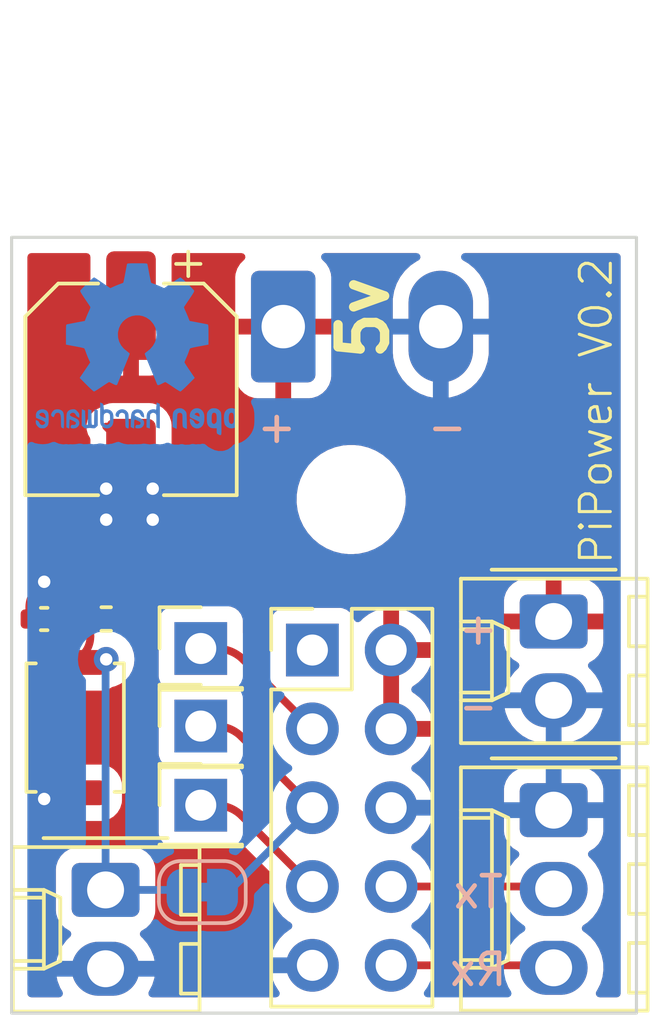
<source format=kicad_pcb>
(kicad_pcb (version 20211014) (generator pcbnew)
  (layers (0 "F.Cu" signal) (31 "B.Cu" signal) (34 "B.Paste" user) (35 "F.Paste" user) (36 "B.SilkS" user "B.Silkscreen") (37 "F.SilkS" user "F.Silkscreen") (38 "B.Mask" user) (39 "F.Mask" user) (44 "Edge.Cuts" user))
  (net 0 "")
  (net 1 "+5V")
  (net 2 "GND")
  (net 3 "Net-(C2-Pad1)")
  (net 4 "ON\\OFF")
  (net 5 "Net-(J2-Pad1)")
  (net 6 "Net-(J3-Pad1)")
  (net 8 "Tx")
  (net 9 "Rx")
  (footprint "Connector_PinHeader_2.54mm:PinHeader_1x01_P2.54mm_Vertical" (layer "F.Cu") (at 80.05 66.2)
    (fp_text reference "J3" hide)
    (fp_text value "Conn_01x01_Male" hide)
    (fp_line (start -1.33 1.27) (end 1.33 1.27) (layer "F.SilkS") (width 0.12))
    (fp_line (start -1.33 0) (end -1.33 -1.33) (layer "F.SilkS") (width 0.12))
    (fp_line (start -1.33 1.33) (end 1.33 1.33) (layer "F.SilkS") (width 0.12))
    (fp_line (start 1.33 1.27) (end 1.33 1.33) (layer "F.SilkS") (width 0.12))
    (fp_line (start -1.33 -1.33) (end 0 -1.33) (layer "F.SilkS") (width 0.12))
    (fp_line (start -1.33 1.27) (end -1.33 1.33) (layer "F.SilkS") (width 0.12))
    (pad "1" thru_hole rect locked (at 0 0) (size 1.7 1.7) (drill 1) (layers *.Cu *.Mask) (net 6 "Net-(J3-Pad1)"))
  )
  (footprint "Capacitor_SMD:C_0402_1005Metric" (layer "F.Cu") (at 75 60.2 180)
    (fp_text reference "C2" hide)
    (fp_text value "1uf" hide)
    (fp_line (start -0.107836 -0.36) (end 0.107836 -0.36) (layer "F.SilkS") (width 0.12))
    (fp_line (start -0.107836 0.36) (end 0.107836 0.36) (layer "F.SilkS") (width 0.12))
    (pad "1" smd roundrect locked (at -0.48 0 180) (size 0.56 0.62) (layers "F.Cu" "F.Paste" "F.Mask") (net 3 "Net-(C2-Pad1)"))
    (pad "2" smd roundrect locked (at 0.48 0 180) (size 0.56 0.62) (layers "F.Cu" "F.Paste" "F.Mask") (net 2 "GND"))
  )
  (footprint "Connector_PinHeader_2.54mm:PinHeader_1x01_P2.54mm_Vertical" (layer "F.Cu") (at 80.05 63.65)
    (fp_text reference "J1" hide)
    (fp_text value "Conn_01x01_Male" hide)
    (fp_line (start 1.33 1.27) (end 1.33 1.33) (layer "F.SilkS") (width 0.12))
    (fp_line (start -1.33 0) (end -1.33 -1.33) (layer "F.SilkS") (width 0.12))
    (fp_line (start -1.33 1.27) (end -1.33 1.33) (layer "F.SilkS") (width 0.12))
    (fp_line (start -1.33 -1.33) (end 0 -1.33) (layer "F.SilkS") (width 0.12))
    (fp_line (start -1.33 1.27) (end 1.33 1.27) (layer "F.SilkS") (width 0.12))
    (fp_line (start -1.33 1.33) (end 1.33 1.33) (layer "F.SilkS") (width 0.12))
    (pad "1" thru_hole rect locked (at 0 0) (size 1.7 1.7) (drill 1) (layers *.Cu *.Mask) (net 4 "ON\\OFF"))
  )
  (footprint "Connector_PinHeader_2.54mm:PinHeader_2x05_P2.54mm_Vertical" (layer "F.Cu") (at 83.65 61.2)
    (fp_text reference "J4" hide)
    (fp_text value "Conn_02x05_Odd_Even" hide)
    (fp_line (start -1.33 11.49) (end 3.87 11.49) (layer "F.SilkS") (width 0.12))
    (fp_line (start 1.27 1.27) (end 1.27 -1.33) (layer "F.SilkS") (width 0.12))
    (fp_line (start 1.27 -1.33) (end 3.87 -1.33) (layer "F.SilkS") (width 0.12))
    (fp_line (start 3.87 -1.33) (end 3.87 11.49) (layer "F.SilkS") (width 0.12))
    (fp_line (start -1.33 1.27) (end -1.33 11.49) (layer "F.SilkS") (width 0.12))
    (fp_line (start -1.33 -1.33) (end 0 -1.33) (layer "F.SilkS") (width 0.12))
    (fp_line (start -1.33 0) (end -1.33 -1.33) (layer "F.SilkS") (width 0.12))
    (fp_line (start -1.33 1.27) (end 1.27 1.27) (layer "F.SilkS") (width 0.12))
    (pad "1" thru_hole rect locked (at 0 0) (size 1.7 1.7) (drill 1) (layers *.Cu *.Mask))
    (pad "2" thru_hole oval locked (at 2.54 0) (size 1.7 1.7) (drill 1) (layers *.Cu *.Mask) (net 1 "+5V"))
    (pad "3" thru_hole oval locked (at 0 2.54) (size 1.7 1.7) (drill 1) (layers *.Cu *.Mask) (net 5 "Net-(J2-Pad1)"))
    (pad "4" thru_hole oval locked (at 2.54 2.54) (size 1.7 1.7) (drill 1) (layers *.Cu *.Mask) (net 1 "+5V"))
    (pad "5" thru_hole oval locked (at 0 5.08) (size 1.7 1.7) (drill 1) (layers *.Cu *.Mask) (net 4 "ON\\OFF"))
    (pad "6" thru_hole oval locked (at 2.54 5.08) (size 1.7 1.7) (drill 1) (layers *.Cu *.Mask) (net 2 "GND"))
    (pad "7" thru_hole oval locked (at 0 7.62) (size 1.7 1.7) (drill 1) (layers *.Cu *.Mask) (net 6 "Net-(J3-Pad1)"))
    (pad "8" thru_hole oval locked (at 2.54 7.62) (size 1.7 1.7) (drill 1) (layers *.Cu *.Mask) (net 8 "Tx"))
    (pad "9" thru_hole oval locked (at 0 10.16) (size 1.7 1.7) (drill 1) (layers *.Cu *.Mask) (net 2 "GND"))
    (pad "10" thru_hole oval locked (at 2.54 10.16) (size 1.7 1.7) (drill 1) (layers *.Cu *.Mask) (net 9 "Rx"))
  )
  (footprint "Capacitor_SMD:CP_Elec_6.3x5.7" (layer "F.Cu") (at 77.8 52.8 -90)
    (fp_text reference "C1" hide)
    (fp_text value "100uf" hide)
    (fp_line (start -2.345563 -3.41) (end 3.41 -3.41) (layer "F.SilkS") (width 0.12))
    (fp_line (start -3.41 -2.345563) (end -2.345563 -3.41) (layer "F.SilkS") (width 0.12))
    (fp_line (start -4.4375 -1.8475) (end -3.65 -1.8475) (layer "F.SilkS") (width 0.12))
    (fp_line (start -4.04375 -2.24125) (end -4.04375 -1.45375) (layer "F.SilkS") (width 0.12))
    (fp_line (start -3.41 2.345563) (end -3.41 1.06) (layer "F.SilkS") (width 0.12))
    (fp_line (start 3.41 3.41) (end 3.41 1.06) (layer "F.SilkS") (width 0.12))
    (fp_line (start -2.345563 3.41) (end 3.41 3.41) (layer "F.SilkS") (width 0.12))
    (fp_line (start -3.41 2.345563) (end -2.345563 3.41) (layer "F.SilkS") (width 0.12))
    (fp_line (start -3.41 -2.345563) (end -3.41 -1.06) (layer "F.SilkS") (width 0.12))
    (fp_line (start 3.41 -3.41) (end 3.41 -1.06) (layer "F.SilkS") (width 0.12))
    (pad "1" smd roundrect locked (at -2.7 0 270) (size 3.5 1.6) (layers "F.Cu" "F.Paste" "F.Mask") (roundrect_rratio 0.15625) (net 1 "+5V"))
    (pad "2" smd roundrect locked (at 2.7 0 270) (size 3.5 1.6) (layers "F.Cu" "F.Paste" "F.Mask") (roundrect_rratio 0.15625) (net 2 "GND"))
  )
  (footprint "Connector_Molex:Molex_KK-254_AE-6410-02A_1x02_P2.54mm_Vertical" (layer "F.Cu") (at 91.43 60.28 -90)
    (fp_text reference "J6" hide)
    (fp_text value "5v Out" hide)
    (fp_line (start 0 1.99) (end 2.54 1.99) (layer "F.SilkS") (width 0.12))
    (fp_line (start -1.38 -3.03) (end -1.38 2.99) (layer "F.SilkS") (width 0.12))
    (fp_line (start 0.25 1.46) (end 2.29 1.46) (layer "F.SilkS") (width 0.12))
    (fp_line (start -0.8 -3.03) (end -0.8 -2.43) (layer "F.SilkS") (width 0.12))
    (fp_line (start 2.29 1.46) (end 2.54 1.99) (layer "F.SilkS") (width 0.12))
    (fp_line (start 0.8 -2.43) (end 0.8 -3.03) (layer "F.SilkS") (width 0.12))
    (fp_line (start 2.29 2.99) (end 2.29 1.99) (layer "F.SilkS") (width 0.12))
    (fp_line (start 3.92 -3.03) (end -1.38 -3.03) (layer "F.SilkS") (width 0.12))
    (fp_line (start 2.54 1.99) (end 2.54 2.99) (layer "F.SilkS") (width 0.12))
    (fp_line (start 3.92 2.99) (end 3.92 -3.03) (layer "F.SilkS") (width 0.12))
    (fp_line (start -1.38 2.99) (end 3.92 2.99) (layer "F.SilkS") (width 0.12))
    (fp_line (start 0 2.99) (end 0 1.99) (layer "F.SilkS") (width 0.12))
    (fp_line (start 3.34 -2.43) (end 3.34 -3.03) (layer "F.SilkS") (width 0.12))
    (fp_line (start -1.67 -2) (end -1.67 2) (layer "F.SilkS") (width 0.12))
    (fp_line (start 1.74 -2.43) (end 3.34 -2.43) (layer "F.SilkS") (width 0.12))
    (fp_line (start -0.8 -2.43) (end 0.8 -2.43) (layer "F.SilkS") (width 0.12))
    (fp_line (start 0 1.99) (end 0.25 1.46) (layer "F.SilkS") (width 0.12))
    (fp_line (start 1.74 -3.03) (end 1.74 -2.43) (layer "F.SilkS") (width 0.12))
    (fp_line (start 0.25 2.99) (end 0.25 1.99) (layer "F.SilkS") (width 0.12))
    (pad "1" thru_hole roundrect locked (at 0 0 270) (size 1.74 2.19) (drill 1.19) (layers *.Cu *.Mask) (roundrect_rratio 0.143678) (net 1 "+5V"))
    (pad "2" thru_hole oval locked (at 2.54 0 270) (size 1.74 2.19) (drill 1.19) (layers *.Cu *.Mask) (net 2 "GND"))
  )
  (footprint "Connector_Molex:Molex_KK-254_AE-6410-03A_1x03_P2.54mm_Vertical" (layer "F.Cu") (at 91.43 66.36 -90)
    (fp_text reference "J7" hide)
    (fp_text value "Conn_01x03_Male" hide)
    (fp_line (start -0.8 -2.43) (end 0.8 -2.43) (layer "F.SilkS") (width 0.12))
    (fp_line (start 1.74 -3.03) (end 1.74 -2.43) (layer "F.SilkS") (width 0.12))
    (fp_line (start -1.38 -3.03) (end -1.38 2.99) (layer "F.SilkS") (width 0.12))
    (fp_line (start 0 1.99) (end 0.25 1.46) (layer "F.SilkS") (width 0.12))
    (fp_line (start 1.74 -2.43) (end 3.34 -2.43) (layer "F.SilkS") (width 0.12))
    (fp_line (start 4.28 -2.43) (end 5.88 -2.43) (layer "F.SilkS") (width 0.12))
    (fp_line (start 0.8 -2.43) (end 0.8 -3.03) (layer "F.SilkS") (width 0.12))
    (fp_line (start 6.46 -3.03) (end -1.38 -3.03) (layer "F.SilkS") (width 0.12))
    (fp_line (start 0 1.99) (end 5.08 1.99) (layer "F.SilkS") (width 0.12))
    (fp_line (start 6.46 2.99) (end 6.46 -3.03) (layer "F.SilkS") (width 0.12))
    (fp_line (start -0.8 -3.03) (end -0.8 -2.43) (layer "F.SilkS") (width 0.12))
    (fp_line (start 4.28 -3.03) (end 4.28 -2.43) (layer "F.SilkS") (width 0.12))
    (fp_line (start 0 2.99) (end 0 1.99) (layer "F.SilkS") (width 0.12))
    (fp_line (start -1.67 -2) (end -1.67 2) (layer "F.SilkS") (width 0.12))
    (fp_line (start 5.88 -2.43) (end 5.88 -3.03) (layer "F.SilkS") (width 0.12))
    (fp_line (start 4.83 1.46) (end 5.08 1.99) (layer "F.SilkS") (width 0.12))
    (fp_line (start 5.08 1.99) (end 5.08 2.99) (layer "F.SilkS") (width 0.12))
    (fp_line (start 3.34 -2.43) (end 3.34 -3.03) (layer "F.SilkS") (width 0.12))
    (fp_line (start 4.83 2.99) (end 4.83 1.99) (layer "F.SilkS") (width 0.12))
    (fp_line (start 0.25 1.46) (end 4.83 1.46) (layer "F.SilkS") (width 0.12))
    (fp_line (start 0.25 2.99) (end 0.25 1.99) (layer "F.SilkS") (width 0.12))
    (fp_line (start -1.38 2.99) (end 6.46 2.99) (layer "F.SilkS") (width 0.12))
    (pad "1" thru_hole roundrect locked (at 0 0 270) (size 1.74 2.19) (drill 1.19) (layers *.Cu *.Mask) (roundrect_rratio 0.143678) (net 2 "GND"))
    (pad "2" thru_hole oval locked (at 2.54 0 270) (size 1.74 2.19) (drill 1.19) (layers *.Cu *.Mask) (net 8 "Tx"))
    (pad "3" thru_hole oval locked (at 5.08 0 270) (size 1.74 2.19) (drill 1.19) (layers *.Cu *.Mask) (net 9 "Rx"))
  )
  (footprint "Button_Switch_SMD:SW_Push_SPST_NO_Alps_SKRK" (layer "F.Cu") (at 76 63.7 90)
    (fp_text reference "SW1" hide)
    (fp_text value "SW_Push" hide)
    (fp_line (start 2.07 1.27) (end 2.07 1.57) (layer "F.SilkS") (width 0.12))
    (fp_line (start -2.07 -1.27) (end -2.07 -1.57) (layer "F.SilkS") (width 0.12))
    (fp_line (start 2.07 -1.57) (end 2.07 -1.27) (layer "F.SilkS") (width 0.12))
    (fp_line (start -2.07 1.57) (end -2.07 1.27) (layer "F.SilkS") (width 0.12))
    (fp_line (start -2.07 -1.57) (end 2.07 -1.57) (layer "F.SilkS") (width 0.12))
    (fp_line (start 2.07 1.57) (end -2.07 1.57) (layer "F.SilkS") (width 0.12))
    (pad "1" smd roundrect locked (at -2.1 0 90) (size 0.8 2) (layers "F.Cu" "F.Paste" "F.Mask") (net 2 "GND"))
    (pad "2" smd roundrect locked (at 2.1 0 90) (size 0.8 2) (layers "F.Cu" "F.Paste" "F.Mask") (net 3 "Net-(C2-Pad1)"))
  )
  (footprint "Resistor_SMD:R_0402_1005Metric" (layer "F.Cu") (at 77 60.2 180)
    (fp_text reference "R1" hide)
    (fp_text value "10k" hide)
    (fp_line (start -0.153641 -0.38) (end 0.153641 -0.38) (layer "F.SilkS") (width 0.12))
    (fp_line (start -0.153641 0.38) (end 0.153641 0.38) (layer "F.SilkS") (width 0.12))
    (pad "1" smd roundrect locked (at -0.51 0 180) (size 0.54 0.64) (layers "F.Cu" "F.Paste" "F.Mask") (net 1 "+5V"))
    (pad "2" smd roundrect locked (at 0.51 0 180) (size 0.54 0.64) (layers "F.Cu" "F.Paste" "F.Mask") (net 3 "Net-(C2-Pad1)"))
  )
  (footprint "MountingHole:MountingHole_2.5mm" (layer "F.Cu") (at 84.9 56.35)
    (fp_text reference "REF**" hide)
    (fp_text value "MountingHole_2.5mm" hide)
    (pad "" np_thru_hole circle locked (at 0 0) (size 2.5 2.5) (drill 2.5) (layers *.Cu *.Mask))
  )
  (footprint "Connector_PinHeader_2.54mm:PinHeader_1x01_P2.54mm_Vertical" (layer "F.Cu") (at 80.05 61.15)
    (fp_text reference "J2" hide)
    (fp_text value "Conn_01x01_Male" hide)
    (fp_line (start 1.33 1.27) (end 1.33 1.33) (layer "F.SilkS") (width 0.12))
    (fp_line (start -1.33 0) (end -1.33 -1.33) (layer "F.SilkS") (width 0.12))
    (fp_line (start -1.33 1.27) (end -1.33 1.33) (layer "F.SilkS") (width 0.12))
    (fp_line (start -1.33 1.27) (end 1.33 1.27) (layer "F.SilkS") (width 0.12))
    (fp_line (start -1.33 1.33) (end 1.33 1.33) (layer "F.SilkS") (width 0.12))
    (fp_line (start -1.33 -1.33) (end 0 -1.33) (layer "F.SilkS") (width 0.12))
    (pad "1" thru_hole rect locked (at 0 0) (size 1.7 1.7) (drill 1) (layers *.Cu *.Mask) (net 5 "Net-(J2-Pad1)"))
  )
  (footprint "Connector_Molex:Molex_KK-254_AE-6410-02A_1x02_P2.54mm_Vertical" (layer "F.Cu") (at 76.98 68.93 -90)
    (fp_text reference "J8" hide)
    (fp_text value "On/Off" hide)
    (fp_line (start -1.38 -3.03) (end -1.38 2.99) (layer "F.SilkS") (width 0.12))
    (fp_line (start 2.29 2.99) (end 2.29 1.99) (layer "F.SilkS") (width 0.12))
    (fp_line (start 2.54 1.99) (end 2.54 2.99) (layer "F.SilkS") (width 0.12))
    (fp_line (start -0.8 -2.43) (end 0.8 -2.43) (layer "F.SilkS") (width 0.12))
    (fp_line (start 0.25 1.46) (end 2.29 1.46) (layer "F.SilkS") (width 0.12))
    (fp_line (start 0 1.99) (end 0.25 1.46) (layer "F.SilkS") (width 0.12))
    (fp_line (start 3.92 -3.03) (end -1.38 -3.03) (layer "F.SilkS") (width 0.12))
    (fp_line (start 1.74 -2.43) (end 3.34 -2.43) (layer "F.SilkS") (width 0.12))
    (fp_line (start 0 2.99) (end 0 1.99) (layer "F.SilkS") (width 0.12))
    (fp_line (start -1.38 2.99) (end 3.92 2.99) (layer "F.SilkS") (width 0.12))
    (fp_line (start 3.92 2.99) (end 3.92 -3.03) (layer "F.SilkS") (width 0.12))
    (fp_line (start -1.67 -2) (end -1.67 2) (layer "F.SilkS") (width 0.12))
    (fp_line (start 2.29 1.46) (end 2.54 1.99) (layer "F.SilkS") (width 0.12))
    (fp_line (start 0 1.99) (end 2.54 1.99) (layer "F.SilkS") (width 0.12))
    (fp_line (start 3.34 -2.43) (end 3.34 -3.03) (layer "F.SilkS") (width 0.12))
    (fp_line (start 0.25 2.99) (end 0.25 1.99) (layer "F.SilkS") (width 0.12))
    (fp_line (start 1.74 -3.03) (end 1.74 -2.43) (layer "F.SilkS") (width 0.12))
    (fp_line (start 0.8 -2.43) (end 0.8 -3.03) (layer "F.SilkS") (width 0.12))
    (fp_line (start -0.8 -3.03) (end -0.8 -2.43) (layer "F.SilkS") (width 0.12))
    (pad "1" thru_hole roundrect locked (at 0 0 270) (size 1.74 2.19) (drill 1.19) (layers *.Cu *.Mask) (roundrect_rratio 0.143678) (net 3 "Net-(C2-Pad1)"))
    (pad "2" thru_hole oval locked (at 2.54 0 270) (size 1.74 2.19) (drill 1.19) (layers *.Cu *.Mask) (net 2 "GND"))
  )
  (footprint "Connector_Phoenix_MSTB:PhoenixContact_MSTBA_2,5_2-G-5,08_1x02_P5.08mm_Horizontal" (layer "B.Cu") (at 82.71 50.7775)
    (fp_text reference "J5" hide)
    (fp_text value "PowerIn" hide)
    (pad "1" thru_hole roundrect (at 0 0) (size 2.08 3.6) (drill 1.4) (layers *.Cu *.Mask) (roundrect_rratio 0.120192) (net 1 "+5V"))
    (pad "2" thru_hole oval (at 5.08 0) (size 2.08 3.6) (drill 1.4) (layers *.Cu *.Mask) (net 2 "GND"))
  )
  (footprint "Symbol:OSHW-Logo2_7.3x6mm_Copper" (layer "B.Cu") (at 78 51.5 180)
    (fp_text reference "REF**" hide)
    (fp_text value "OSHW-Logo2_7.3x6mm_Copper" hide)
    (fp_poly (pts (xy 0.039744 -1.950968) (xy 0.096616 -1.972087) (xy 0.097267 -1.972493) (xy 0.13244 -1.99838) (xy 0.158407 -2.028633) (xy 0.17667 -2.068058) (xy 0.188732 -2.121462) (xy 0.196096 -2.193651) (xy 0.200264 -2.289432) (xy 0.200629 -2.303078) (xy 0.205876 -2.508842) (xy 0.161716 -2.531678) (xy 0.129763 -2.54711) (xy 0.11047 -2.554423) (xy 0.109578 -2.554514) (xy 0.106239 -2.541022) (xy 0.103587 -2.504626) (xy 0.101956 -2.451452) (xy 0.1016 -2.408393) (xy 0.101592 -2.338641) (xy 0.098403 -2.294837) (xy 0.087288 -2.273944) (xy 0.063501 -2.272925) (xy 0.022296 -2.288741) (xy -0.039914 -2.317815) (xy -0.085659 -2.341963) (xy -0.109187 -2.362913) (xy -0.116104 -2.385747) (xy -0.116114 -2.386877) (xy -0.104701 -2.426212) (xy -0.070908 -2.447462) (xy -0.019191 -2.450539) (xy 0.018061 -2.450006) (xy 0.037703 -2.460735) (xy 0.049952 -2.486505) (xy 0.057002 -2.519337) (xy 0.046842 -2.537966) (xy 0.043017 -2.540632) (xy 0.007001 -2.55134) (xy -0.043434 -2.552856) (xy -0.095374 -2.545759) (xy -0.132178 -2.532788) (xy -0.183062 -2.489585) (xy -0.211986 -2.429446) (xy -0.217714 -2.382462) (xy -0.213343 -2.340082) (xy -0.197525 -2.305488) (xy -0.166203 -2.274763) (xy -0.115322 -2.24399) (xy -0.040824 -2.209252) (xy -0.036286 -2.207288) (xy 0.030821 -2.176287) (xy 0.072232 -2.150862) (xy 0.089981 -2.128014) (xy 0.086107 -2.104745) (xy 0.062643 -2.078056) (xy 0.055627 -2.071914) (xy 0.00863 -2.0481) (xy -0.040067 -2.049103) (xy -0.082478 -2.072451) (xy -0.110616 -2.115675) (xy -0.113231 -2.12416) (xy -0.138692 -2.165308) (xy -0.170999 -2.185128) (xy -0.217714 -2.20477) (xy -0.217714 -2.15395) (xy -0.203504 -2.080082) (xy -0.161325 -2.012327) (xy -0.139376 -1.989661) (xy -0.089483 -1.960569) (xy -0.026033 -1.9474) (xy 0.039744 -1.950968)) (layer "B.Cu") (width 0.01) (fill solid))
    (fp_poly (pts (xy 1.190117 -2.065358) (xy 1.189933 -2.173837) (xy 1.189219 -2.257287) (xy 1.187675 -2.319704) (xy 1.185001 -2.365085) (xy 1.180894 -2.397429) (xy 1.175055 -2.420733) (xy 1.167182 -2.438995) (xy 1.161221 -2.449418) (xy 1.111855 -2.505945) (xy 1.049264 -2.541377) (xy 0.980013 -2.55409) (xy 0.910668 -2.542463) (xy 0.869375 -2.521568) (xy 0.826025 -2.485422) (xy 0.796481 -2.441276) (xy 0.778655 -2.383462) (xy 0.770463 -2.306313) (xy 0.769302 -2.249714) (xy 0.769458 -2.245647) (xy 0.870857 -2.245647) (xy 0.871476 -2.31055) (xy 0.874314 -2.353514) (xy 0.88084 -2.381622) (xy 0.892523 -2.401953) (xy 0.906483 -2.417288) (xy 0.953365 -2.44689) (xy 1.003701 -2.449419) (xy 1.051276 -2.424705) (xy 1.054979 -2.421356) (xy 1.070783 -2.403935) (xy 1.080693 -2.383209) (xy 1.086058 -2.352362) (xy 1.088228 -2.304577) (xy 1.088571 -2.251748) (xy 1.087827 -2.185381) (xy 1.084748 -2.141106) (xy 1.078061 -2.112009) (xy 1.066496 -2.091173) (xy 1.057013 -2.080107) (xy 1.01296 -2.052198) (xy 0.962224 -2.048843) (xy 0.913796 -2.070159) (xy 0.90445 -2.078073) (xy 0.88854 -2.095647) (xy 0.87861 -2.116587) (xy 0.873278 -2.147782) (xy 0.871163 -2.196122) (xy 0.870857 -2.245647) (xy 0.769458 -2.245647) (xy 0.77281 -2.158568) (xy 0.784726 -2.090086) (xy 0.807135 -2.0386) (xy 0.842124 -1.998443) (xy 0.869375 -1.977861) (xy 0.918907 -1.955625) (xy 0.976316 -1.945304) (xy 1.029682 -1.948067) (xy 1.059543 -1.959212) (xy 1.071261 -1.962383) (xy 1.079037 -1.950557) (xy 1.084465 -1.918866) (xy 1.088571 -1.870593) (xy 1.093067 -1.816829) (xy 1.099313 -1.784482) (xy 1.110676 -1.765985) (xy 1.130528 -1.75377) (xy 1.143 -1.748362) (xy 1.190171 -1.728601) (xy 1.190117 -2.065358)) (layer "B.Cu") (width 0.01) (fill solid))
    (fp_poly (pts (xy 0.10391 2.757652) (xy 0.182454 2.757222) (xy 0.239298 2.756058) (xy 0.278105 2.753793) (xy 0.302538 2.75006) (xy 0.316262 2.744494) (xy 0.32294 2.736727) (xy 0.326236 2.726395) (xy 0.326556 2.725057) (xy 0.331562 2.700921) (xy 0.340829 2.653299) (xy 0.353392 2.587259) (xy 0.368287 2.507872) (xy 0.384551 2.420204) (xy 0.385119 2.417125) (xy 0.40141 2.331211) (xy 0.416652 2.255304) (xy 0.429861 2.193955) (xy 0.440054 2.151718) (xy 0.446248 2.133145) (xy 0.446543 2.132816) (xy 0.464788 2.123747) (xy 0.502405 2.108633) (xy 0.551271 2.090738) (xy 0.551543 2.090642) (xy 0.613093 2.067507) (xy 0.685657 2.038035) (xy 0.754057 2.008403) (xy 0.757294 2.006938) (xy 0.868702 1.956374) (xy 1.115399 2.12484) (xy 1.191077 2.176197) (xy 1.259631 2.222111) (xy 1.317088 2.25997) (xy 1.359476 2.287163) (xy 1.382825 2.301079) (xy 1.385042 2.302111) (xy 1.40201 2.297516) (xy 1.433701 2.275345) (xy 1.481352 2.234553) (xy 1.546198 2.174095) (xy 1.612397 2.109773) (xy 1.676214 2.046388) (xy 1.733329 1.988549) (xy 1.780305 1.939825) (xy 1.813703 1.90379) (xy 1.830085 1.884016) (xy 1.830694 1.882998) (xy 1.832505 1.869428) (xy 1.825683 1.847267) (xy 1.80854 1.813522) (xy 1.779393 1.7652) (xy 1.736555 1.699308) (xy 1.679448 1.614483) (xy 1.628766 1.539823) (xy 1.583461 1.47286) (xy 1.54615 1.417484) (xy 1.519452 1.37758) (xy 1.505985 1.357038) (xy 1.505137 1.355644) (xy 1.506781 1.335962) (xy 1.519245 1.297707) (xy 1.540048 1.248111) (xy 1.547462 1.232272) (xy 1.579814 1.16171) (xy 1.614328 1.081647) (xy 1.642365 1.012371) (xy 1.662568 0.960955) (xy 1.678615 0.921881) (xy 1.687888 0.901459) (xy 1.689041 0.899886) (xy 1.706096 0.897279) (xy 1.746298 0.890137) (xy 1.804302 0.879477) (xy 1.874763 0.866315) (xy 1.952335 0.851667) (xy 2.031672 0.836551) (xy 2.107431 0.821982) (xy 2.174264 0.808978) (xy 2.226828 0.798555) (xy 2.259776 0.79173) (xy 2.267857 0.789801) (xy 2.276205 0.785038) (xy 2.282506 0.774282) (xy 2.287045 0.753902) (xy 2.290104 0.720266) (xy 2.291967 0.669745) (xy 2.292918 0.598708) (xy 2.29324 0.503524) (xy 2.293257 0.464508) (xy 2.293257 0.147201) (xy 2.217057 0.132161) (xy 2.174663 0.124005) (xy 2.1114 0.112101) (xy 2.034962 0.097884) (xy 1.953043 0.08279) (xy 1.9304 0.078645) (xy 1.854806 0.063947) (xy 1.788953 0.049495) (xy 1.738366 0.036625) (xy 1.708574 0.026678) (xy 1.703612 0.023713) (xy 1.691426 0.002717) (xy 1.673953 -0.037967) (xy 1.654577 -0.090322) (xy 1.650734 -0.1016) (xy 1.625339 -0.171523) (xy 1.593817 -0.250418) (xy 1.562969 -0.321266) (xy 1.562817 -0.321595) (xy 1.511447 -0.432733) (xy 1.680399 -0.681253) (xy 1.849352 -0.929772) (xy 1.632429 -1.147058) (xy 1.566819 -1.211726) (xy 1.506979 -1.268733) (xy 1.456267 -1.315033) (xy 1.418046 -1.347584) (xy 1.395675 -1.363343) (xy 1.392466 -1.364343) (xy 1.373626 -1.356469) (xy 1.33518 -1.334578) (xy 1.28133 -1.301267) (xy 1.216276 -1.259131) (xy 1.14594 -1.211943) (xy 1.074555 -1.16381) (xy 1.010908 -1.121928) (xy 0.959041 -1.088871) (xy 0.922995 -1.067218) (xy 0.906867 -1.059543) (xy 0.887189 -1.066037) (xy 0.849875 -1.08315) (xy 0.802621 -1.107326) (xy 0.797612 -1.110013) (xy 0.733977 -1.141927) (xy 0.690341 -1.157579) (xy 0.663202 -1.157745) (xy 0.649057 -1.143204) (xy 0.648975 -1.143) (xy 0.641905 -1.125779) (xy 0.625042 -1.084899) (xy 0.599695 -1.023525) (xy 0.567171 -0.944819) (xy 0.528778 -0.851947) (xy 0.485822 -0.748072) (xy 0.444222 -0.647502) (xy 0.398504 -0.536516) (xy 0.356526 -0.433703) (xy 0.319548 -0.342215) (xy 0.288827 -0.265201) (xy 0.265622 -0.205815) (xy 0.25119 -0.167209) (xy 0.246743 -0.1528) (xy 0.257896 -0.136272) (xy 0.287069 -0.10993) (xy 0.325971 -0.080887) (xy 0.436757 0.010961) (xy 0.523351 0.116241) (xy 0.584716 0.232734) (xy 0.619815 0.358224) (xy 0.627608 0.490493) (xy 0.621943 0.551543) (xy 0.591078 0.678205) (xy 0.53792 0.790059) (xy 0.465767 0.885999) (xy 0.377917 0.964924) (xy 0.277665 1.02573) (xy 0.16831 1.067313) (xy 0.053147 1.088572) (xy -0.064525 1.088401) (xy -0.18141 1.065699) (xy -0.294211 1.019362) (xy -0.399631 0.948287) (xy -0.443632 0.908089) (xy -0.528021 0.804871) (xy -0.586778 0.692075) (xy -0.620296 0.57299) (xy -0.628965 0.450905) (xy -0.613177 0.329107) (xy -0.573322 0.210884) (xy -0.509793 0.099525) (xy -0.422979 -0.001684) (xy -0.325971 -0.080887) (xy -0.285563 -0.111162) (xy -0.257018 -0.137219) (xy -0.246743 -0.152825) (xy -0.252123 -0.169843) (xy -0.267425 -0.2105) (xy -0.291388 -0.271642) (xy -0.322756 -0.350119) (xy -0.360268 -0.44278) (xy -0.402667 -0.546472) (xy -0.444337 -0.647526) (xy -0.49031 -0.758607) (xy -0.532893 -0.861541) (xy -0.570779 -0.953165) (xy -0.60266 -1.030316) (xy -0.627229 -1.089831) (xy -0.64318 -1.128544) (xy -0.64909 -1.143) (xy -0.663052 -1.157685) (xy -0.69006 -1.157642) (xy -0.733587 -1.142099) (xy -0.79711 -1.110284) (xy -0.797612 -1.110013) (xy -0.84544 -1.085323) (xy -0.884103 -1.067338) (xy -0.905905 -1.059614) (xy -0.906867 -1.059543) (xy -0.923279 -1.067378) (xy -0.959513 -1.089165) (xy -1.011526 -1.122328) (xy -1.075275 -1.164291) (xy -1.14594 -1.211943) (xy -1.217884 -1.260191) (xy -1.282726 -1.302151) (xy -1.336265 -1.335227) (xy -1.374303 -1.356821) (xy -1.392467 -1.364343) (xy -1.409192 -1.354457) (xy -1.44282 -1.326826) (xy -1.48999 -1.284495) (xy -1.547342 -1.230505) (xy -1.611516 -1.167899) (xy -1.632503 -1.146983) (xy -1.849501 -0.929623) (xy -1.684332 -0.68722) (xy -1.634136 -0.612781) (xy -1.590081 -0.545972) (xy -1.554638 -0.490665) (xy -1.530281 -0.450729) (xy -1.519478 -0.430036) (xy -1.519162 -0.428563) (xy -1.524857 -0.409058) (xy -1.540174 -0.369822) (xy -1.562463 -0.31743) (xy -1.578107 -0.282355) (xy -1.607359 -0.215201) (xy -1.634906 -0.147358) (xy -1.656263 -0.090034) (xy -1.662065 -0.072572) (xy -1.678548 -0.025938) (xy -1.69466 0.010095) (xy -1.70351 0.023713) (xy -1.72304 0.032048) (xy -1.765666 0.043863) (xy -1.825855 0.057819) (xy -1.898078 0.072578) (xy -1.9304 0.078645) (xy -2.012478 0.093727) (xy -2.091205 0.108331) (xy -2.158891 0.12102) (xy -2.20784 0.130358) (xy -2.217057 0.132161) (xy -2.293257 0.147201) (xy -2.293257 0.464508) (xy -2.293086 0.568846) (xy -2.292384 0.647787) (xy -2.290866 0.704962) (xy -2.288251 0.744001) (xy -2.284254 0.768535) (xy -2.278591 0.782195) (xy -2.27098 0.788611) (xy -2.267857 0.789801) (xy -2.249022 0.79402) (xy -2.207412 0.802438) (xy -2.14837 0.814039) (xy -2.077243 0.827805) (xy -1.999375 0.84272) (xy -1.920113 0.857768) (xy -1.844802 0.871931) (xy -1.778787 0.884194) (xy -1.727413 0.893539) (xy -1.696025 0.89895) (xy -1.689041 0.899886) (xy -1.682715 0.912404) (xy -1.66871 0.945754) (xy -1.649645 0.993623) (xy -1.642366 1.012371) (xy -1.613004 1.084805) (xy -1.578429 1.16483) (xy -1.547463 1.232272) (xy -1.524677 1.283841) (xy -1.509518 1.326215) (xy -1.504458 1.352166) (xy -1.505264 1.355644) (xy -1.515959 1.372064) (xy -1.54038 1.408583) (xy -1.575905 1.461313) (xy -1.619913 1.526365) (xy -1.669783 1.599849) (xy -1.679644 1.614355) (xy -1.737508 1.700296) (xy -1.780044 1.765739) (xy -1.808946 1.813696) (xy -1.82591 1.84718) (xy -1.832633 1.869205) (xy -1.83081 1.882783) (xy -1.830764 1.882869) (xy -1.816414 1.900703) (xy -1.784677 1.935183) (xy -1.73899 1.982732) (xy -1.682796 2.039778) (xy -1.619532 2.102745) (xy -1.612398 2.109773) (xy -1.53267 2.18698) (xy -1.471143 2.24367) (xy -1.426579 2.28089) (xy -1.397743 2.299685) (xy -1.385042 2.302111) (xy -1.366506 2.291529) (xy -1.328039 2.267084) (xy -1.273614 2.231388) (xy -1.207202 2.187053) (xy -1.132775 2.136689) (xy -1.115399 2.12484) (xy -0.868703 1.956374) (xy -0.757294 2.006938) (xy -0.689543 2.036405) (xy -0.616817 2.066041) (xy -0.554297 2.08967) (xy -0.551543 2.090642) (xy -0.50264 2.108543) (xy -0.464943 2.12368) (xy -0.446575 2.13279) (xy -0.446544 2.132816) (xy -0.440715 2.149283) (xy -0.430808 2.189781) (xy -0.417805 2.249758) (xy -0.402691 2.32466) (xy -0.386448 2.409936) (xy -0.385119 2.417125) (xy -0.368825 2.504986) (xy -0.353867 2.58474) (xy -0.341209 2.651319) (xy -0.331814 2.699653) (xy -0.326646 2.724675) (xy -0.326556 2.725057) (xy -0.323411 2.735701) (xy -0.317296 2.743738) (xy -0.304547 2.749533) (xy -0.2815 2.753453) (xy -0.244491 2.755865) (xy -0.189856 2.757135) (xy -0.113933 2.757629) (xy -0.013056 2.757714) (xy 0 2.757714) (xy 0.10391 2.757652)) (layer "B.Cu") (width 0.01) (fill solid))
    (fp_poly (pts (xy -0.624114 -1.851289) (xy -0.619861 -1.910613) (xy -0.614975 -1.945572) (xy -0.608205 -1.96082) (xy -0.598298 -1.961015) (xy -0.595086 -1.959195) (xy -0.552356 -1.946015) (xy -0.496773 -1.946785) (xy -0.440263 -1.960333) (xy -0.404918 -1.977861) (xy -0.368679 -2.005861) (xy -0.342187 -2.037549) (xy -0.324001 -2.077813) (xy -0.312678 -2.131543) (xy -0.306778 -2.203626) (xy -0.304857 -2.298951) (xy -0.304823 -2.317237) (xy -0.3048 -2.522646) (xy -0.350509 -2.53858) (xy -0.382973 -2.54942) (xy -0.400785 -2.554468) (xy -0.401309 -2.554514) (xy -0.403063 -2.540828) (xy -0.404556 -2.503076) (xy -0.405674 -2.446224) (xy -0.406303 -2.375234) (xy -0.4064 -2.332073) (xy -0.406602 -2.246973) (xy -0.407642 -2.185981) (xy -0.410169 -2.144177) (xy -0.414836 -2.116642) (xy -0.422293 -2.098456) (xy -0.433189 -2.084698) (xy -0.439993 -2.078073) (xy -0.486728 -2.051375) (xy -0.537728 -2.049375) (xy -0.583999 -2.071955) (xy -0.592556 -2.080107) (xy -0.605107 -2.095436) (xy -0.613812 -2.113618) (xy -0.619369 -2.139909) (xy -0.622474 -2.179562) (xy -0.623824 -2.237832) (xy -0.624114 -2.318173) (xy -0.624114 -2.522646) (xy -0.669823 -2.53858) (xy -0.702287 -2.54942) (xy -0.720099 -2.554468) (xy -0.720623 -2.554514) (xy -0.721963 -2.540623) (xy -0.723172 -2.501439) (xy -0.724199 -2.4407) (xy -0.724998 -2.362141) (xy -0.725519 -2.269498) (xy -0.725714 -2.166509) (xy -0.725714 -1.769342) (xy -0.678543 -1.749444) (xy -0.631371 -1.729547) (xy -0.624114 -1.851289)) (layer "B.Cu") (width 0.01) (fill solid))
    (fp_poly (pts (xy 2.6526 -1.958752) (xy 2.669948 -1.966334) (xy 2.711356 -1.999128) (xy 2.746765 -2.046547) (xy 2.768664 -2.097151) (xy 2.772229 -2.122098) (xy 2.760279 -2.156927) (xy 2.734067 -2.175357) (xy 2.705964 -2.186516) (xy 2.693095 -2.188572) (xy 2.686829 -2.173649) (xy 2.674456 -2.141175) (xy 2.669028 -2.126502) (xy 2.63859 -2.075744) (xy 2.59452 -2.050427) (xy 2.53801 -2.051206) (xy 2.533825 -2.052203) (xy 2.503655 -2.066507) (xy 2.481476 -2.094393) (xy 2.466327 -2.139287) (xy 2.45725 -2.204615) (xy 2.453286 -2.293804) (xy 2.452914 -2.341261) (xy 2.45273 -2.416071) (xy 2.451522 -2.467069) (xy 2.448309 -2.499471) (xy 2.442109 -2.518495) (xy 2.43194 -2.529356) (xy 2.416819 -2.537272) (xy 2.415946 -2.53767) (xy 2.386828 -2.549981) (xy 2.372403 -2.554514) (xy 2.370186 -2.540809) (xy 2.368289 -2.502925) (xy 2.366847 -2.445715) (xy 2.365998 -2.374027) (xy 2.365829 -2.321565) (xy 2.366692 -2.220047) (xy 2.37007 -2.143032) (xy 2.377142 -2.086023) (xy 2.389088 -2.044526) (xy 2.40709 -2.014043) (xy 2.432327 -1.99008) (xy 2.457247 -1.973355) (xy 2.517171 -1.951097) (xy 2.586911 -1.946076) (xy 2.6526 -1.958752)) (layer "B.Cu") (width 0.01) (fill solid))
    (fp_poly (pts (xy -2.400256 -1.919918) (xy -2.344799 -1.947568) (xy -2.295852 -1.99848) (xy -2.282371 -2.017338) (xy -2.267686 -2.042015) (xy -2.258158 -2.068816) (xy -2.252707 -2.104587) (xy -2.250253 -2.156169) (xy -2.249714 -2.224267) (xy -2.252148 -2.317588) (xy -2.260606 -2.387657) (xy -2.276826 -2.439931) (xy -2.302546 -2.479869) (xy -2.339503 -2.512929) (xy -2.342218 -2.514886) (xy -2.37864 -2.534908) (xy -2.422498 -2.544815) (xy -2.478276 -2.547257) (xy -2.568952 -2.547257) (xy -2.56899 -2.635283) (xy -2.569834 -2.684308) (xy -2.574976 -2.713065) (xy -2.588413 -2.730311) (xy -2.614142 -2.744808) (xy -2.620321 -2.747769) (xy -2.649236 -2.761648) (xy -2.671624 -2.770414) (xy -2.688271 -2.771171) (xy -2.699964 -2.761023) (xy -2.70749 -2.737073) (xy -2.711634 -2.696426) (xy -2.713185 -2.636186) (xy -2.712929 -2.553455) (xy -2.711651 -2.445339) (xy -2.711252 -2.413) (xy -2.709815 -2.301524) (xy -2.708528 -2.228603) (xy -2.569029 -2.228603) (xy -2.568245 -2.290499) (xy -2.56476 -2.330997) (xy -2.556876 -2.357708) (xy -2.542895 -2.378244) (xy -2.533403 -2.38826) (xy -2.494596 -2.417567) (xy -2.460237 -2.419952) (xy -2.424784 -2.39575) (xy -2.423886 -2.394857) (xy -2.409461 -2.376153) (xy -2.400687 -2.350732) (xy -2.396261 -2.311584) (xy -2.394882 -2.251697) (xy -2.394857 -2.23843) (xy -2.398188 -2.155901) (xy -2.409031 -2.098691) (xy -2.42866 -2.063766) (xy -2.45835 -2.048094) (xy -2.475509 -2.046514) (xy -2.516234 -2.053926) (xy -2.544168 -2.07833) (xy -2.560983 -2.12298) (xy -2.56835 -2.19113) (xy -2.569029 -2.228603) (xy -2.708528 -2.228603) (xy -2.708292 -2.215245) (xy -2.706323 -2.150333) (xy -2.70355 -2.102958) (xy -2.699612 -2.06929) (xy -2.694151 -2.045498) (xy -2.686808 -2.027753) (xy -2.677223 -2.012224) (xy -2.673113 -2.006381) (xy -2.618595 -1.951185) (xy -2.549664 -1.91989) (xy -2.469928 -1.911165) (xy -2.400256 -1.919918)) (layer "B.Cu") (width 0.01) (fill solid))
    (fp_poly (pts (xy 1.779833 -1.958663) (xy 1.782048 -1.99685) (xy 1.783784 -2.054886) (xy 1.784899 -2.12818) (xy 1.785257 -2.205055) (xy 1.785257 -2.465196) (xy 1.739326 -2.511127) (xy 1.707675 -2.539429) (xy 1.67989 -2.550893) (xy 1.641915 -2.550168) (xy 1.62684 -2.548321) (xy 1.579726 -2.542948) (xy 1.540756 -2.539869) (xy 1.531257 -2.539585) (xy 1.499233 -2.541445) (xy 1.453432 -2.546114) (xy 1.435674 -2.548321) (xy 1.392057 -2.551735) (xy 1.362745 -2.54432) (xy 1.33368 -2.521427) (xy 1.323188 -2.511127) (xy 1.277257 -2.465196) (xy 1.277257 -1.978602) (xy 1.314226 -1.961758) (xy 1.346059 -1.949282) (xy 1.364683 -1.944914) (xy 1.369458 -1.958718) (xy 1.373921 -1.997286) (xy 1.377775 -2.056356) (xy 1.380722 -2.131663) (xy 1.382143 -2.195286) (xy 1.386114 -2.445657) (xy 1.420759 -2.450556) (xy 1.452268 -2.447131) (xy 1.467708 -2.436041) (xy 1.472023 -2.415308) (xy 1.475708 -2.371145) (xy 1.478469 -2.309146) (xy 1.480012 -2.234909) (xy 1.480235 -2.196706) (xy 1.480457 -1.976783) (xy 1.526166 -1.960849) (xy 1.558518 -1.950015) (xy 1.576115 -1.944962) (xy 1.576623 -1.944914) (xy 1.578388 -1.958648) (xy 1.580329 -1.99673) (xy 1.582282 -2.054482) (xy 1.584084 -2.127227) (xy 1.585343 -2.195286) (xy 1.589314 -2.445657) (xy 1.6764 -2.445657) (xy 1.680396 -2.21724) (xy 1.684392 -1.988822) (xy 1.726847 -1.966868) (xy 1.758192 -1.951793) (xy 1.776744 -1.944951) (xy 1.777279 -1.944914) (xy 1.779833 -1.958663)) (layer "B.Cu") (width 0.01) (fill solid))
    (fp_poly (pts (xy -1.831697 -1.931239) (xy -1.774473 -1.969735) (xy -1.730251 -2.025335) (xy -1.703833 -2.096086) (xy -1.69849 -2.148162) (xy -1.699097 -2.169893) (xy -1.704178 -2.186531) (xy -1.718145 -2.201437) (xy -1.745411 -2.217973) (xy -1.790388 -2.239498) (xy -1.857489 -2.269374) (xy -1.857829 -2.269524) (xy -1.919593 -2.297813) (xy -1.970241 -2.322933) (xy -2.004596 -2.342179) (xy -2.017482 -2.352848) (xy -2.017486 -2.352934) (xy -2.006128 -2.376166) (xy -1.979569 -2.401774) (xy -1.949077 -2.420221) (xy -1.93363 -2.423886) (xy -1.891485 -2.411212) (xy -1.855192 -2.379471) (xy -1.837483 -2.344572) (xy -1.820448 -2.318845) (xy -1.787078 -2.289546) (xy -1.747851 -2.264235) (xy -1.713244 -2.250471) (xy -1.706007 -2.249714) (xy -1.697861 -2.26216) (xy -1.69737 -2.293972) (xy -1.703357 -2.336866) (xy -1.714643 -2.382558) (xy -1.73005 -2.422761) (xy -1.730829 -2.424322) (xy -1.777196 -2.489062) (xy -1.837289 -2.533097) (xy -1.905535 -2.554711) (xy -1.976362 -2.552185) (xy -2.044196 -2.523804) (xy -2.047212 -2.521808) (xy -2.100573 -2.473448) (xy -2.13566 -2.410352) (xy -2.155078 -2.327387) (xy -2.157684 -2.304078) (xy -2.162299 -2.194055) (xy -2.156767 -2.142748) (xy -2.017486 -2.142748) (xy -2.015676 -2.174753) (xy -2.005778 -2.184093) (xy -1.981102 -2.177105) (xy -1.942205 -2.160587) (xy -1.898725 -2.139881) (xy -1.897644 -2.139333) (xy -1.860791 -2.119949) (xy -1.846 -2.107013) (xy -1.849647 -2.093451) (xy -1.865005 -2.075632) (xy -1.904077 -2.049845) (xy -1.946154 -2.04795) (xy -1.983897 -2.066717) (xy -2.009966 -2.102915) (xy -2.017486 -2.142748) (xy -2.156767 -2.142748) (xy -2.152806 -2.106027) (xy -2.12845 -2.036212) (xy -2.094544 -1.987302) (xy -2.033347 -1.937878) (xy -1.965937 -1.913359) (xy -1.89712 -1.911797) (xy -1.831697 -1.931239)) (layer "B.Cu") (width 0.01) (fill solid))
    (fp_poly (pts (xy 3.153595 -1.966966) (xy 3.211021 -2.004497) (xy 3.238719 -2.038096) (xy 3.260662 -2.099064) (xy 3.262405 -2.147308) (xy 3.258457 -2.211816) (xy 3.109686 -2.276934) (xy 3.037349 -2.310202) (xy 2.990084 -2.336964) (xy 2.965507 -2.360144) (xy 2.961237 -2.382667) (xy 2.974889 -2.407455) (xy 2.989943 -2.423886) (xy 3.033746 -2.450235) (xy 3.081389 -2.452081) (xy 3.125145 -2.431546) (xy 3.157289 -2.390752) (xy 3.163038 -2.376347) (xy 3.190576 -2.331356) (xy 3.222258 -2.312182) (xy 3.265714 -2.295779) (xy 3.265714 -2.357966) (xy 3.261872 -2.400283) (xy 3.246823 -2.435969) (xy 3.21528 -2.476943) (xy 3.210592 -2.482267) (xy 3.175506 -2.51872) (xy 3.145347 -2.538283) (xy 3.107615 -2.547283) (xy 3.076335 -2.55023) (xy 3.020385 -2.550965) (xy 2.980555 -2.54166) (xy 2.955708 -2.527846) (xy 2.916656 -2.497467) (xy 2.889625 -2.464613) (xy 2.872517 -2.423294) (xy 2.863238 -2.367521) (xy 2.859693 -2.291305) (xy 2.85941 -2.252622) (xy 2.860372 -2.206247) (xy 2.948007 -2.206247) (xy 2.949023 -2.231126) (xy 2.951556 -2.2352) (xy 2.968274 -2.229665) (xy 3.004249 -2.215017) (xy 3.052331 -2.19419) (xy 3.062386 -2.189714) (xy 3.123152 -2.158814) (xy 3.156632 -2.131657) (xy 3.16399 -2.10622) (xy 3.146391 -2.080481) (xy 3.131856 -2.069109) (xy 3.07941 -2.046364) (xy 3.030322 -2.050122) (xy 2.989227 -2.077884) (xy 2.960758 -2.127152) (xy 2.951631 -2.166257) (xy 2.948007 -2.206247) (xy 2.860372 -2.206247) (xy 2.861285 -2.162249) (xy 2.868196 -2.095384) (xy 2.881884 -2.046695) (xy 2.904096 -2.010849) (xy 2.936574 -1.982513) (xy 2.950733 -1.973355) (xy 3.015053 -1.949507) (xy 3.085473 -1.948006) (xy 3.153595 -1.966966)) (layer "B.Cu") (width 0.01) (fill solid))
    (fp_poly (pts (xy 0.529926 -1.949755) (xy 0.595858 -1.974084) (xy 0.649273 -2.017117) (xy 0.670164 -2.047409) (xy 0.692939 -2.102994) (xy 0.692466 -2.143186) (xy 0.668562 -2.170217) (xy 0.659717 -2.174813) (xy 0.62153 -2.189144) (xy 0.602028 -2.185472) (xy 0.595422 -2.161407) (xy 0.595086 -2.148114) (xy 0.582992 -2.09921) (xy 0.551471 -2.064999) (xy 0.507659 -2.048476) (xy 0.458695 -2.052634) (xy 0.418894 -2.074227) (xy 0.40545 -2.086544) (xy 0.395921 -2.101487) (xy 0.389485 -2.124075) (xy 0.385317 -2.159328) (xy 0.382597 -2.212266) (xy 0.380502 -2.287907) (xy 0.37996 -2.311857) (xy 0.377981 -2.39379) (xy 0.375731 -2.451455) (xy 0.372357 -2.489608) (xy 0.367006 -2.513004) (xy 0.358824 -2.526398) (xy 0.346959 -2.534545) (xy 0.339362 -2.538144) (xy 0.307102 -2.550452) (xy 0.288111 -2.554514) (xy 0.281836 -2.540948) (xy 0.278006 -2.499934) (xy 0.2766 -2.430999) (xy 0.277598 -2.333669) (xy 0.277908 -2.318657) (xy 0.280101 -2.229859) (xy 0.282693 -2.165019) (xy 0.286382 -2.119067) (xy 0.291864 -2.086935) (xy 0.299835 -2.063553) (xy 0.310993 -2.043852) (xy 0.31683 -2.03541) (xy 0.350296 -1.998057) (xy 0.387727 -1.969003) (xy 0.392309 -1.966467) (xy 0.459426 -1.946443) (xy 0.529926 -1.949755)) (layer "B.Cu") (width 0.01) (fill solid))
    (fp_poly (pts (xy 2.144876 -1.956335) (xy 2.186667 -1.975344) (xy 2.219469 -1.998378) (xy 2.243503 -2.024133) (xy 2.260097 -2.057358) (xy 2.270577 -2.1028) (xy 2.276271 -2.165207) (xy 2.278507 -2.249327) (xy 2.278743 -2.304721) (xy 2.278743 -2.520826) (xy 2.241774 -2.53767) (xy 2.212656 -2.549981) (xy 2.198231 -2.554514) (xy 2.195472 -2.541025) (xy 2.193282 -2.504653) (xy 2.191942 -2.451542) (xy 2.191657 -2.409372) (xy 2.190434 -2.348447) (xy 2.187136 -2.300115) (xy 2.182321 -2.270518) (xy 2.178496 -2.264229) (xy 2.152783 -2.270652) (xy 2.112418 -2.287125) (xy 2.065679 -2.309458) (xy 2.020845 -2.333457) (xy 1.986193 -2.35493) (xy 1.970002 -2.369685) (xy 1.969938 -2.369845) (xy 1.97133 -2.397152) (xy 1.983818 -2.423219) (xy 2.005743 -2.444392) (xy 2.037743 -2.451474) (xy 2.065092 -2.450649) (xy 2.103826 -2.450042) (xy 2.124158 -2.459116) (xy 2.136369 -2.483092) (xy 2.137909 -2.487613) (xy 2.143203 -2.521806) (xy 2.129047 -2.542568) (xy 2.092148 -2.552462) (xy 2.052289 -2.554292) (xy 1.980562 -2.540727) (xy 1.943432 -2.521355) (xy 1.897576 -2.475845) (xy 1.873256 -2.419983) (xy 1.871073 -2.360957) (xy 1.891629 -2.305953) (xy 1.922549 -2.271486) (xy 1.95342 -2.252189) (xy 2.001942 -2.227759) (xy 2.058485 -2.202985) (xy 2.06791 -2.199199) (xy 2.130019 -2.171791) (xy 2.165822 -2.147634) (xy 2.177337 -2.123619) (xy 2.16658 -2.096635) (xy 2.148114 -2.075543) (xy 2.104469 -2.049572) (xy 2.056446 -2.047624) (xy 2.012406 -2.067637) (xy 1.980709 -2.107551) (xy 1.976549 -2.117848) (xy 1.952327 -2.155724) (xy 1.916965 -2.183842) (xy 1.872343 -2.206917) (xy 1.872343 -2.141485) (xy 1.874969 -2.101506) (xy 1.88623 -2.069997) (xy 1.911199 -2.036378) (xy 1.935169 -2.010484) (xy 1.972441 -1.973817) (xy 2.001401 -1.954121) (xy 2.032505 -1.94622) (xy 2.067713 -1.944914) (xy 2.144876 -1.956335)) (layer "B.Cu") (width 0.01) (fill solid))
    (fp_poly (pts (xy -1.283907 -1.92778) (xy -1.237328 -1.954723) (xy -1.204943 -1.981466) (xy -1.181258 -2.009484) (xy -1.164941 -2.043748) (xy -1.154661 -2.089227) (xy -1.149086 -2.150892) (xy -1.146884 -2.233711) (xy -1.146629 -2.293246) (xy -1.146629 -2.512391) (xy -1.208314 -2.540044) (xy -1.27 -2.567697) (xy -1.277257 -2.32767) (xy -1.280256 -2.238028) (xy -1.283402 -2.172962) (xy -1.287299 -2.128026) (xy -1.292553 -2.09877) (xy -1.299769 -2.080748) (xy -1.30955 -2.069511) (xy -1.312688 -2.067079) (xy -1.360239 -2.048083) (xy -1.408303 -2.0556) (xy -1.436914 -2.075543) (xy -1.448553 -2.089675) (xy -1.456609 -2.10822) (xy -1.461729 -2.136334) (xy -1.464559 -2.179173) (xy -1.465744 -2.241895) (xy -1.465943 -2.307261) (xy -1.465982 -2.389268) (xy -1.467386 -2.447316) (xy -1.472086 -2.486465) (xy -1.482013 -2.51178) (xy -1.499097 -2.528323) (xy -1.525268 -2.541156) (xy -1.560225 -2.554491) (xy -1.598404 -2.569007) (xy -1.593859 -2.311389) (xy -1.592029 -2.218519) (xy -1.589888 -2.149889) (xy -1.586819 -2.100711) (xy -1.582206 -2.066198) (xy -1.575432 -2.041562) (xy -1.565881 -2.022016) (xy -1.554366 -2.00477) (xy -1.49881 -1.94968) (xy -1.43102 -1.917822) (xy -1.357287 -1.910191) (xy -1.283907 -1.92778)) (layer "B.Cu") (width 0.01) (fill solid))
    (fp_poly (pts (xy -2.958885 -1.921962) (xy -2.890855 -1.957733) (xy -2.840649 -2.015301) (xy -2.822815 -2.052312) (xy -2.808937 -2.107882) (xy -2.801833 -2.178096) (xy -2.80116 -2.254727) (xy -2.806573 -2.329552) (xy -2.81773 -2.394342) (xy -2.834286 -2.440873) (xy -2.839374 -2.448887) (xy -2.899645 -2.508707) (xy -2.971231 -2.544535) (xy -3.048908 -2.55502) (xy -3.127452 -2.53881) (xy -3.149311 -2.529092) (xy -3.191878 -2.499143) (xy -3.229237 -2.459433) (xy -3.232768 -2.454397) (xy -3.247119 -2.430124) (xy -3.256606 -2.404178) (xy -3.26221 -2.370022) (xy -3.264914 -2.321119) (xy -3.265701 -2.250935) (xy -3.265714 -2.2352) (xy -3.265678 -2.230192) (xy -3.120571 -2.230192) (xy -3.119727 -2.29643) (xy -3.116404 -2.340386) (xy -3.109417 -2.368779) (xy -3.097584 -2.388325) (xy -3.091543 -2.394857) (xy -3.056814 -2.41968) (xy -3.023097 -2.418548) (xy -2.989005 -2.397016) (xy -2.968671 -2.374029) (xy -2.956629 -2.340478) (xy -2.949866 -2.287569) (xy -2.949402 -2.281399) (xy -2.948248 -2.185513) (xy -2.960312 -2.114299) (xy -2.98543 -2.068194) (xy -3.02344 -2.047635) (xy -3.037008 -2.046514) (xy -3.072636 -2.052152) (xy -3.097006 -2.071686) (xy -3.111907 -2.109042) (xy -3.119125 -2.16815) (xy -3.120571 -2.230192) (xy -3.265678 -2.230192) (xy -3.265174 -2.160413) (xy -3.262904 -2.108159) (xy -3.257932 -2.071949) (xy -3.249287 -2.045299) (xy -3.235995 -2.021722) (xy -3.233057 -2.017338) (xy -3.183687 -1.958249) (xy -3.129891 -1.923947) (xy -3.064398 -1.910331) (xy -3.042158 -1.909665) (xy -2.958885 -1.921962)) (layer "B.Cu") (width 0.01) (fill solid))
  )
  (footprint "Jumper:SolderJumper-2_P1.3mm_Bridged_RoundedPad1.0x1.5mm" (layer "B.Cu") (at 80.1 69 180)
    (fp_text reference "JP1" hide)
    (fp_text value "Jumper_2_Bridged" hide)
    (fp_poly (pts (xy 0.25 0.3) (xy -0.25 0.3) (xy -0.25 -0.3) (xy 0.25 -0.3)) (layer "B.Cu") (width 0) (fill solid))
    (fp_line (start -0.7 1) (end 0.7 1) (layer "B.SilkS") (width 0.12))
    (fp_line (start 1.4 0.3) (end 1.4 -0.3) (layer "B.SilkS") (width 0.12))
    (fp_line (start 0.7 -1) (end -0.7 -1) (layer "B.SilkS") (width 0.12))
    (fp_line (start -1.4 -0.3) (end -1.4 0.3) (layer "B.SilkS") (width 0.12))
    (fp_arc (start -0.7 1) (mid -1.194975 0.794975) (end -1.4 0.3) (layer "B.SilkS") (width 0.12))
    (fp_arc (start -1.4 -0.3) (mid -1.194975 -0.794975) (end -0.7 -1) (layer "B.SilkS") (width 0.12))
    (fp_arc (start 1.4 0.3) (mid 1.194975 0.794975) (end 0.7 1) (layer "B.SilkS") (width 0.12))
    (fp_arc (start 0.7 -1) (mid 1.194975 -0.794975) (end 1.4 -0.3) (layer "B.SilkS") (width 0.12))
    (pad "1" smd custom locked (at -0.65 0 180) (size 1 0.5) (layers "B.Cu" "B.Mask") (net 4 "ON\\OFF") (options (clearance outline) (anchor rect)) (primitives (gr_circle (center 0 -0.25) (end 0.5 -0.25) (width 0) (fill yes)) (gr_circle (center 0 0.25) (end 0.5 0.25) (width 0) (fill yes)) (gr_poly (pts (xy 0 0.75) (xy 0.5 0.75) (xy 0.5 -0.75) (xy 0 -0.75)) (width 0) (fill yes))))
    (pad "2" smd custom locked (at 0.65 0 180) (size 1 0.5) (layers "B.Cu" "B.Mask") (net 3 "Net-(C2-Pad1)") (options (clearance outline) (anchor rect)) (primitives (gr_circle (center 0 -0.25) (end 0.5 -0.25) (width 0) (fill yes)) (gr_circle (center 0 0.25) (end 0.5 0.25) (width 0) (fill yes)) (gr_poly (pts (xy 0 0.75) (xy -0.5 0.75) (xy -0.5 -0.75) (xy 0 -0.75)) (width 0) (fill yes))))
  )
  (gr_rect (start 73.95 47.9) (end 94.1 72.9) (layer "Edge.Cuts") (width 0.1) (fill none))
  (gr_text "-\n" (at 89 63) (layer "B.SilkS") (effects (font (size 1 1)) (justify mirror)))
  (gr_text "Tx" (at 89 69) (layer "B.SilkS") (effects (font (size 1 1)) (justify mirror)))
  (gr_text "Rx" (at 89 71.5) (layer "B.SilkS") (effects (font (size 1 1)) (justify mirror)))
  (gr_text "+" (at 82.5 54) (layer "B.SilkS") (effects (font (size 1 1)) (justify mirror)))
  (gr_text "+\n" (at 89 60.5) (layer "B.SilkS") (effects (font (size 1 1)) (justify mirror)))
  (gr_text "-\n" (at 88 54) (layer "B.SilkS") (effects (font (size 1 1)) (justify mirror)))
  (gr_text "PiPower V0.2" (at 92.8 53.5 90) (layer "F.SilkS") (effects (font (size 1 1) (thickness 0.1))))
  (gr_text "5v\n" (at 85.3 50.5 90) (layer "F.SilkS") (effects (font (size 1.5 1.5) (thickness 0.3))))
  (segment (start 75 59) (end 74.76 59.24) (width 0.25) (layer "F.Cu") (net 2))
  (segment (start 74.52 59.819411) (end 74.52 60.2) (width 0.25) (layer "F.Cu") (net 2))
  (segment (start 77.8 55.15) (end 77.8 55.5) (width 0.25) (layer "F.Cu") (net 2))
  (segment (start 77.552512 54.552512) (end 77 54) (width 0.25) (layer "F.Cu") (net 2))
  (via (at 77 56) (size 0.8) (drill 0.4) (layers "F.Cu" "B.Cu") (net 2))
  (via (at 77 57) (size 0.8) (drill 0.4) (layers "F.Cu" "B.Cu") (net 2))
  (via (at 78.5 57) (size 0.8) (drill 0.4) (layers "F.Cu" "B.Cu") (net 2))
  (via (at 75 66) (size 0.8) (drill 0.4) (layers "F.Cu" "B.Cu") (net 2))
  (via (at 75 59) (size 0.8) (drill 0.4) (layers "F.Cu" "B.Cu") (net 2))
  (via (at 78.5 56) (size 0.8) (drill 0.4) (layers "F.Cu" "B.Cu") (net 2))
  (arc (start 74.52 59.819411) (mid 74.582373 59.505836) (end 74.76 59.24) (width 0.25) (layer "F.Cu") (net 2))
  (arc (start 77.552512 54.552512) (mid 77.735679 54.826642) (end 77.8 55.15) (width 0.25) (layer "F.Cu") (net 2))
  (segment (start 76.49 60.763517) (end 76.49 60.655) (width 0.25) (layer "F.Cu") (net 3))
  (segment (start 76.2225 61.3775) (end 76.177499 61.422499) (width 0.25) (layer "F.Cu") (net 3))
  (segment (start 76.49 68.44) (end 76.98 68.93) (width 0.25) (layer "F.Cu") (net 3))
  (segment (start 76.2225 61.3775) (end 76.245 61.355) (width 0.25) (layer "F.Cu") (net 3))
  (segment (start 76.035 60.2) (end 75.48 60.2) (width 0.25) (layer "F.Cu") (net 3))
  (segment (start 76.177499 61.422499) (end 75.882321 61.717676) (width 0.25) (layer "F.Cu") (net 3))
  (via (at 77 61.5) (size 0.8) (drill 0.4) (layers "F.Cu" "B.Cu") (net 3))
  (arc (start 76.49 60.763517) (mid 76.426326 61.083625) (end 76.245 61.355) (width 0.25) (layer "F.Cu") (net 3))
  (arc (start 76.035 60.2) (mid 76.356733 60.333266) (end 76.49 60.655) (width 0.25) (layer "F.Cu") (net 3))
  (segment (start 76.9975 68.9475) (end 77.015 68.965) (width 0.25) (layer "B.Cu") (net 3))
  (segment (start 79.415 68.965) (end 79.45 69) (width 0.25) (layer "B.Cu") (net 3))
  (segment (start 76.98 68.905251) (end 76.98 61.52) (width 0.25) (layer "B.Cu") (net 3))
  (segment (start 76.98 61.52) (end 77 61.5) (width 0.25) (layer "B.Cu") (net 3))
  (segment (start 77.004748 68.93) (end 79.330502 68.93) (width 0.25) (layer "B.Cu") (net 3))
  (arc (start 79.415 68.965) (mid 79.376232 68.939096) (end 79.330502 68.93) (width 0.25) (layer "B.Cu") (net 3))
  (arc (start 76.9975 68.9475) (mid 76.984548 68.928116) (end 76.98 68.905251) (width 0.25) (layer "B.Cu") (net 3))
  (arc (start 77.004748 68.93) (mid 76.995277 68.936328) (end 76.9975 68.9475) (width 0.25) (layer "B.Cu") (net 3))
  (arc (start 77.015 68.965) (mid 77.053767 68.990903) (end 77.099497 69) (width 0.25) (layer "B.Cu") (net 3))
  (arc (start 76.98 68.905251) (mid 76.987248 68.922751) (end 77.004748 68.93) (width 0.25) (layer "B.Cu") (net 3))
  (segment (start 81.362946 63.992946) (end 83.65 66.28) (width 0.25) (layer "F.Cu") (net 4))
  (segment (start 80.535 63.65) (end 80.05 63.65) (width 0.25) (layer "F.Cu") (net 4))
  (arc (start 80.535 63.65) (mid 80.983081 63.739128) (end 81.362946 63.992946) (width 0.25) (layer "F.Cu") (net 4))
  (segment (start 80.84 69) (end 80.75 69) (width 0.25) (layer "B.Cu") (net 4))
  (segment (start 80.993639 68.93636) (end 83.65 66.28) (width 0.25) (layer "B.Cu") (net 4))
  (arc (start 80.993639 68.93636) (mid 80.923148 68.98346) (end 80.84 69) (width 0.25) (layer "B.Cu") (net 4))
  (segment (start 80.555 61.15) (end 80.05 61.15) (width 0.25) (layer "F.Cu") (net 5))
  (segment (start 81.417088 61.507088) (end 83.65 63.74) (width 0.25) (layer "F.Cu") (net 5))
  (arc (start 81.417088 61.507088) (mid 81.021558 61.242804) (end 80.555 61.15) (width 0.25) (layer "F.Cu") (net 5))
  (segment (start 80.54 66.2) (end 80.05 66.2) (width 0.25) (layer "F.Cu") (net 6))
  (segment (start 81.376482 66.546482) (end 83.65 68.82) (width 0.25) (layer "F.Cu") (net 6))
  (arc (start 81.376482 66.546482) (mid 80.9927 66.290047) (end 80.54 66.2) (width 0.25) (layer "F.Cu") (net 6))
  (segment (start 91.293431 68.82) (end 86.19 68.82) (width 0.25) (layer "F.Cu") (net 8))
  (segment (start 91.39 68.86) (end 91.43 68.9) (width 0.25) (layer "F.Cu") (net 8))
  (arc (start 91.293431 68.82) (mid 91.345693 68.830395) (end 91.39 68.86) (width 0.25) (layer "F.Cu") (net 8))
  (segment (start 91.39 71.4) (end 91.43 71.44) (width 0.25) (layer "F.Cu") (net 9))
  (segment (start 91.293431 71.36) (end 86.19 71.36) (width 0.25) (layer "F.Cu") (net 9))
  (arc (start 91.293431 71.36) (mid 91.345693 71.370395) (end 91.39 71.4) (width 0.25) (layer "F.Cu") (net 9))
  (zone (net 1) (net_name "+5V") (layer "F.Cu") (connect_pads (clearance 0.508)) (min_thickness 0.254) (fill yes (thermal_gap 0.508) (thermal_bridge_width 0.508))
    (polygon (pts (xy 94.5 73) (xy 74 73) (xy 74 48) (xy 94 48)))
  )
  (zone (net 2) (net_name "GND") (layer "B.Cu") (connect_pads (clearance 0.508)) (min_thickness 0.254) (fill yes (thermal_gap 0.508) (thermal_bridge_width 0.508))
    (polygon (pts (xy 94.5 73) (xy 74 73) (xy 74 48) (xy 94 48)))
  )
)
</source>
